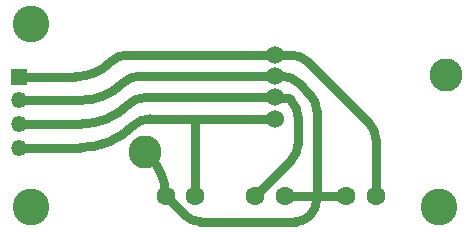
<source format=gtl>
G04 #@! TF.GenerationSoftware,KiCad,Pcbnew,(6.0.0)*
G04 #@! TF.CreationDate,2022-01-04T09:55:11+00:00*
G04 #@! TF.ProjectId,LEM_Breakout_Board,4c454d5f-4272-4656-916b-6f75745f426f,rev?*
G04 #@! TF.SameCoordinates,Original*
G04 #@! TF.FileFunction,Copper,L1,Top*
G04 #@! TF.FilePolarity,Positive*
%FSLAX46Y46*%
G04 Gerber Fmt 4.6, Leading zero omitted, Abs format (unit mm)*
G04 Created by KiCad (PCBNEW (6.0.0)) date 2022-01-04 09:55:11*
%MOMM*%
%LPD*%
G01*
G04 APERTURE LIST*
G04 #@! TA.AperFunction,ComponentPad*
%ADD10C,1.600000*%
G04 #@! TD*
G04 #@! TA.AperFunction,ComponentPad*
%ADD11R,1.350000X1.350000*%
G04 #@! TD*
G04 #@! TA.AperFunction,ComponentPad*
%ADD12O,1.350000X1.350000*%
G04 #@! TD*
G04 #@! TA.AperFunction,ComponentPad*
%ADD13C,1.524000*%
G04 #@! TD*
G04 #@! TA.AperFunction,ComponentPad*
%ADD14C,2.800000*%
G04 #@! TD*
G04 #@! TA.AperFunction,ViaPad*
%ADD15C,3.100000*%
G04 #@! TD*
G04 #@! TA.AperFunction,Conductor*
%ADD16C,0.800000*%
G04 #@! TD*
G04 APERTURE END LIST*
D10*
G04 #@! TO.P,C2,1*
G04 #@! TO.N,Net-(C1-Pad2)*
X136900000Y-105820000D03*
G04 #@! TO.P,C2,2*
G04 #@! TO.N,Net-(C2-Pad2)*
X134400000Y-105820000D03*
G04 #@! TD*
G04 #@! TO.P,C3,1*
G04 #@! TO.N,Net-(C1-Pad2)*
X126800000Y-105820000D03*
G04 #@! TO.P,C3,2*
G04 #@! TO.N,Net-(C3-Pad2)*
X129300000Y-105820000D03*
G04 #@! TD*
G04 #@! TO.P,C1,1*
G04 #@! TO.N,Net-(C1-Pad1)*
X144600000Y-105820000D03*
G04 #@! TO.P,C1,2*
G04 #@! TO.N,Net-(C1-Pad2)*
X142100000Y-105820000D03*
G04 #@! TD*
D11*
G04 #@! TO.P,J2,1*
G04 #@! TO.N,Net-(C1-Pad1)*
X114400000Y-95720000D03*
D12*
G04 #@! TO.P,J2,2*
G04 #@! TO.N,Net-(C1-Pad2)*
X114400000Y-97720000D03*
G04 #@! TO.P,J2,3*
G04 #@! TO.N,Net-(C2-Pad2)*
X114400000Y-99720000D03*
G04 #@! TO.P,J2,4*
G04 #@! TO.N,Net-(C3-Pad2)*
X114400000Y-101720000D03*
G04 #@! TD*
D13*
G04 #@! TO.P,J1,1*
G04 #@! TO.N,Net-(C1-Pad1)*
X136039999Y-93880001D03*
G04 #@! TO.P,J1,2*
G04 #@! TO.N,Net-(C1-Pad2)*
X136039999Y-95680001D03*
G04 #@! TO.P,J1,3*
G04 #@! TO.N,Net-(C2-Pad2)*
X136039999Y-97480001D03*
G04 #@! TO.P,J1,4*
G04 #@! TO.N,Net-(C3-Pad2)*
X136039999Y-99280001D03*
D14*
G04 #@! TO.P,J1,5*
G04 #@! TO.N,Net-(C1-Pad2)*
X125039999Y-102080001D03*
G04 #@! TO.P,J1,6*
G04 #@! TO.N,N/C*
X150539999Y-95580001D03*
G04 #@! TD*
D15*
G04 #@! TO.N,*
X149900000Y-106720000D03*
X115400000Y-91220000D03*
X115400000Y-106720000D03*
G04 #@! TD*
D16*
G04 #@! TO.N,Net-(C1-Pad2)*
X136039999Y-95680001D02*
X124568426Y-95680001D01*
X139014213Y-97234213D02*
X138045787Y-96265787D01*
X126800000Y-105820000D02*
X128439731Y-107459732D01*
X139600000Y-105820000D02*
X136900000Y-105820000D01*
X136631574Y-95680001D02*
X136039999Y-95680001D01*
X142100000Y-105820000D02*
X139600000Y-105820000D01*
X119643428Y-97720000D02*
X114400000Y-97720000D01*
X125399937Y-102439939D02*
X125039999Y-102080001D01*
X139600000Y-105820000D02*
X139600000Y-106051472D01*
X137792894Y-108000000D02*
X129744053Y-108000000D01*
X139600000Y-105820000D02*
X139600000Y-98648427D01*
X123154212Y-96265788D02*
G75*
G02*
X119643428Y-97720000I-3510784J3510793D01*
G01*
X128439731Y-107459732D02*
G75*
G03*
X129744053Y-108000000I1304322J1304321D01*
G01*
X139000000Y-107500000D02*
G75*
G03*
X139600000Y-106051472I-1448532J1448530D01*
G01*
X124568426Y-95680002D02*
G75*
G03*
X123154213Y-96265789I0J-1999999D01*
G01*
X139599999Y-98648427D02*
G75*
G03*
X139014212Y-97234214I-1999999J0D01*
G01*
X137792894Y-107999999D02*
G75*
G03*
X138999999Y-107499999I-1J1707107D01*
G01*
X136631574Y-95680002D02*
G75*
G02*
X138045786Y-96265788I0J-1999999D01*
G01*
X126800000Y-105820000D02*
G75*
G03*
X125399937Y-102439939I-4780121J7D01*
G01*
G04 #@! TO.N,Net-(C1-Pad1)*
X137431574Y-93880001D02*
X136039999Y-93880001D01*
X118100000Y-95720000D02*
X114400000Y-95720000D01*
X144014213Y-99634213D02*
X138845787Y-94465787D01*
X136039999Y-93880001D02*
X123568409Y-93880001D01*
X119126258Y-95720000D02*
X118100000Y-95720000D01*
X144600000Y-105820000D02*
X144600000Y-101048427D01*
X144599999Y-101048427D02*
G75*
G03*
X144014212Y-99634214I-1999999J0D01*
G01*
X137431574Y-93880002D02*
G75*
G02*
X138845786Y-94465788I0J-1999999D01*
G01*
X119126258Y-95720000D02*
G75*
G03*
X122154212Y-94465788I2J4282187D01*
G01*
X122154212Y-94465788D02*
G75*
G02*
X123568409Y-93880001I1414200J-1414179D01*
G01*
G04 #@! TO.N,Net-(C2-Pad2)*
X134400000Y-105820000D02*
X137414214Y-102805786D01*
X119660622Y-99720000D02*
X114400000Y-99720000D01*
X138000000Y-101391573D02*
X138000000Y-99148427D01*
X136079998Y-97520000D02*
X136039999Y-97480001D01*
X136039999Y-97480001D02*
X125068426Y-97480001D01*
X137414213Y-97734213D02*
X137200000Y-97520000D01*
X137200000Y-97520000D02*
X136079998Y-97520000D01*
X137414213Y-97734213D02*
G75*
G02*
X138000000Y-99148427I-1414213J-1414214D01*
G01*
X125068426Y-97480002D02*
G75*
G03*
X123654213Y-98065789I0J-1999999D01*
G01*
X119660622Y-99719999D02*
G75*
G03*
X123654211Y-98065787I2J5647753D01*
G01*
X137999999Y-101391573D02*
G75*
G02*
X137414213Y-102805785I-1999999J0D01*
G01*
G04 #@! TO.N,Net-(C3-Pad2)*
X129160001Y-99280001D02*
X125468426Y-99280001D01*
X129300000Y-105820000D02*
X129300000Y-99420000D01*
X119577722Y-101720000D02*
X114400000Y-101720000D01*
X136039999Y-99280001D02*
X129160001Y-99280001D01*
X129300000Y-99420000D02*
X129160001Y-99280001D01*
X119577722Y-101720000D02*
G75*
G03*
X124054212Y-99865788I-1J6330741D01*
G01*
X125468426Y-99280002D02*
G75*
G03*
X124054213Y-99865789I0J-1999999D01*
G01*
G04 #@! TD*
M02*

</source>
